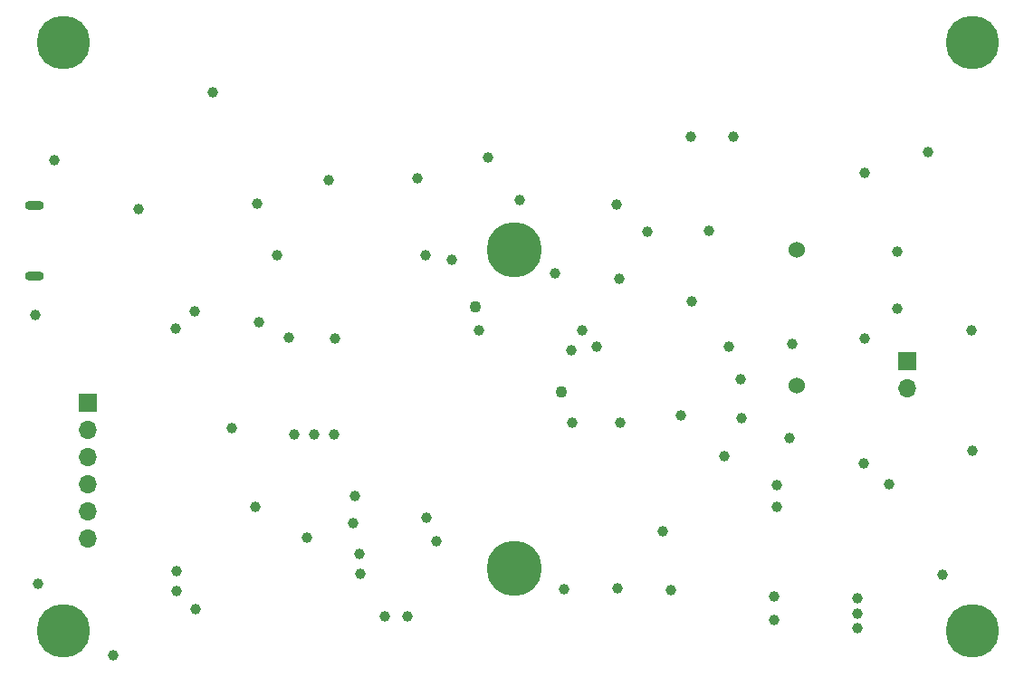
<source format=gbs>
G04 #@! TF.GenerationSoftware,KiCad,Pcbnew,6.0.11-2627ca5db0~126~ubuntu20.04.1*
G04 #@! TF.CreationDate,2023-04-04T17:10:53-04:00*
G04 #@! TF.ProjectId,water_meter,77617465-725f-46d6-9574-65722e6b6963,rev?*
G04 #@! TF.SameCoordinates,Original*
G04 #@! TF.FileFunction,Soldermask,Bot*
G04 #@! TF.FilePolarity,Negative*
%FSLAX46Y46*%
G04 Gerber Fmt 4.6, Leading zero omitted, Abs format (unit mm)*
G04 Created by KiCad (PCBNEW 6.0.11-2627ca5db0~126~ubuntu20.04.1) date 2023-04-04 17:10:53*
%MOMM*%
%LPD*%
G01*
G04 APERTURE LIST*
%ADD10C,1.530000*%
%ADD11C,5.175000*%
%ADD12C,1.100000*%
%ADD13C,5.000000*%
%ADD14C,0.500000*%
%ADD15O,1.800000X0.900000*%
%ADD16R,1.700000X1.700000*%
%ADD17O,1.700000X1.700000*%
%ADD18C,1.000000*%
G04 APERTURE END LIST*
D10*
X183355000Y-120230000D03*
X183355000Y-107530000D03*
D11*
X156935000Y-107530000D03*
X156935000Y-137380000D03*
D12*
X153350000Y-112850000D03*
X161350000Y-120850000D03*
D13*
X114850000Y-143160000D03*
X199850000Y-88160000D03*
X199850000Y-143160000D03*
X114850000Y-88160000D03*
D14*
X112062500Y-110005750D03*
X112062500Y-103405750D03*
D15*
X112062500Y-103405750D03*
X112062500Y-110005750D03*
D16*
X117103333Y-121880000D03*
D17*
X117103333Y-124420000D03*
X117103333Y-126960000D03*
X117103333Y-129500000D03*
X117103333Y-132040000D03*
X117103333Y-134580000D03*
D16*
X193690000Y-117980000D03*
D17*
X193690000Y-120520000D03*
D18*
X132900000Y-103200000D03*
X141900000Y-133100000D03*
X127100000Y-113300000D03*
X137600000Y-134500000D03*
X125300000Y-114900000D03*
X197000000Y-137950000D03*
X181550000Y-131620000D03*
X170900000Y-133900000D03*
X181520000Y-129530000D03*
X157480000Y-102870000D03*
X140208000Y-115824000D03*
X134794000Y-108030000D03*
X133096000Y-114300000D03*
X130556000Y-124206000D03*
X139650000Y-101050000D03*
X171600000Y-139350000D03*
X192050000Y-129500000D03*
X195650000Y-98450000D03*
X192800000Y-107750000D03*
X128800000Y-92800000D03*
X140100000Y-124790000D03*
X112210000Y-113650000D03*
X177450000Y-96950000D03*
X166895000Y-123770000D03*
X173450000Y-96950000D03*
X114000000Y-99200000D03*
X175200000Y-105800000D03*
X121850000Y-103750000D03*
X112440000Y-138790000D03*
X119430000Y-145510000D03*
X153670000Y-115062000D03*
X181300000Y-142200000D03*
X127200000Y-141200000D03*
X163322000Y-115062000D03*
X181300000Y-139950000D03*
X144890000Y-141830000D03*
X146950000Y-141850000D03*
X169400000Y-105900000D03*
X151130000Y-108458000D03*
X138235000Y-124790000D03*
X166800000Y-110250000D03*
X125400000Y-137650000D03*
X161650000Y-139300000D03*
X166615000Y-139250000D03*
X136370000Y-124790000D03*
X192800000Y-113100000D03*
X173570000Y-112410000D03*
X160782000Y-109728000D03*
X147900000Y-100850000D03*
X142480000Y-135990000D03*
X164690000Y-116580000D03*
X176600000Y-126860000D03*
X172530000Y-123040000D03*
X182730000Y-125200000D03*
X189040000Y-140120000D03*
X199760000Y-115080000D03*
X189040000Y-141610000D03*
X162400000Y-123720000D03*
X148690000Y-108030000D03*
X199780000Y-126320000D03*
X166570000Y-103290000D03*
X142570000Y-137900000D03*
X189040000Y-142970000D03*
X125380000Y-139440000D03*
X148800000Y-132620000D03*
X178140000Y-119700000D03*
X178240000Y-123310000D03*
X149720000Y-134780000D03*
X132740000Y-131590000D03*
X135850000Y-115790000D03*
X182960000Y-116360000D03*
X177040000Y-116630000D03*
X154480000Y-98900000D03*
X162320000Y-116990000D03*
X189740000Y-100365000D03*
X189720000Y-115870000D03*
X142080000Y-130580000D03*
X189690000Y-127550000D03*
M02*

</source>
